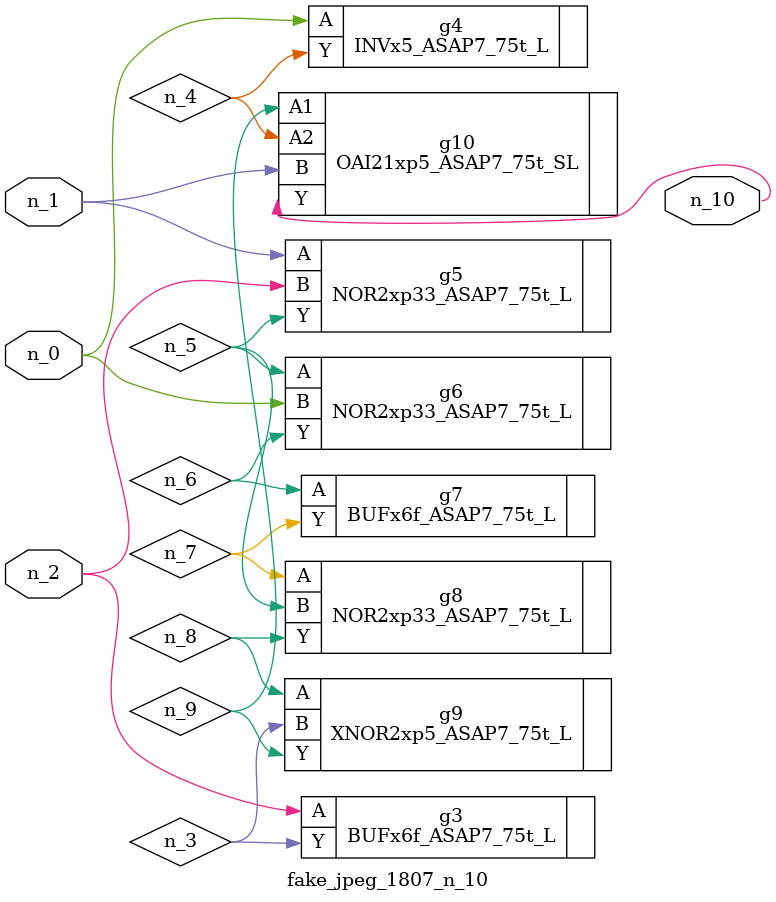
<source format=v>
module fake_jpeg_1807_n_10 (n_0, n_2, n_1, n_10);

input n_0;
input n_2;
input n_1;

output n_10;

wire n_3;
wire n_4;
wire n_8;
wire n_9;
wire n_6;
wire n_5;
wire n_7;

BUFx6f_ASAP7_75t_L g3 ( 
.A(n_2),
.Y(n_3)
);

INVx5_ASAP7_75t_L g4 ( 
.A(n_0),
.Y(n_4)
);

NOR2xp33_ASAP7_75t_L g5 ( 
.A(n_1),
.B(n_2),
.Y(n_5)
);

NOR2xp33_ASAP7_75t_L g6 ( 
.A(n_5),
.B(n_0),
.Y(n_6)
);

BUFx6f_ASAP7_75t_L g7 ( 
.A(n_6),
.Y(n_7)
);

NOR2xp33_ASAP7_75t_L g8 ( 
.A(n_7),
.B(n_5),
.Y(n_8)
);

XNOR2xp5_ASAP7_75t_L g9 ( 
.A(n_8),
.B(n_3),
.Y(n_9)
);

OAI21xp5_ASAP7_75t_SL g10 ( 
.A1(n_9),
.A2(n_4),
.B(n_1),
.Y(n_10)
);


endmodule
</source>
